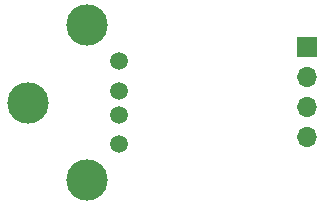
<source format=gbl>
G04 #@! TF.GenerationSoftware,KiCad,Pcbnew,8.0.4*
G04 #@! TF.CreationDate,2024-08-15T12:45:58+02:00*
G04 #@! TF.ProjectId,usb A,75736220-412e-46b6-9963-61645f706362,rev?*
G04 #@! TF.SameCoordinates,Original*
G04 #@! TF.FileFunction,Copper,L2,Bot*
G04 #@! TF.FilePolarity,Positive*
%FSLAX46Y46*%
G04 Gerber Fmt 4.6, Leading zero omitted, Abs format (unit mm)*
G04 Created by KiCad (PCBNEW 8.0.4) date 2024-08-15 12:45:58*
%MOMM*%
%LPD*%
G01*
G04 APERTURE LIST*
G04 #@! TA.AperFunction,ComponentPad*
%ADD10C,1.500000*%
G04 #@! TD*
G04 #@! TA.AperFunction,ComponentPad*
%ADD11C,3.500000*%
G04 #@! TD*
G04 #@! TA.AperFunction,ComponentPad*
%ADD12R,1.700000X1.700000*%
G04 #@! TD*
G04 #@! TA.AperFunction,ComponentPad*
%ADD13O,1.700000X1.700000*%
G04 #@! TD*
G04 APERTURE END LIST*
D10*
G04 #@! TO.P,USB1,1,VCC*
G04 #@! TO.N,/VCC*
X77000000Y-70500000D03*
G04 #@! TO.P,USB1,2,D-*
G04 #@! TO.N,/D-*
X77000000Y-73000000D03*
G04 #@! TO.P,USB1,3,D+*
G04 #@! TO.N,/D+*
X77000000Y-75000000D03*
G04 #@! TO.P,USB1,4,GND*
G04 #@! TO.N,/GND*
X77000000Y-77500000D03*
D11*
G04 #@! TO.P,USB1,5,GND*
X74290000Y-80570000D03*
G04 #@! TO.P,USB1,6,GND*
X74290000Y-67430000D03*
G04 #@! TO.P,USB1,7,GND*
X69300000Y-74000000D03*
G04 #@! TD*
D12*
G04 #@! TO.P,J1,1,Pin_1*
G04 #@! TO.N,/GND*
X92875000Y-69285000D03*
D13*
G04 #@! TO.P,J1,2,Pin_2*
G04 #@! TO.N,/D+*
X92875000Y-71825000D03*
G04 #@! TO.P,J1,3,Pin_3*
G04 #@! TO.N,/D-*
X92875000Y-74365000D03*
G04 #@! TO.P,J1,4,Pin_4*
G04 #@! TO.N,/VCC*
X92875000Y-76905000D03*
G04 #@! TD*
M02*

</source>
